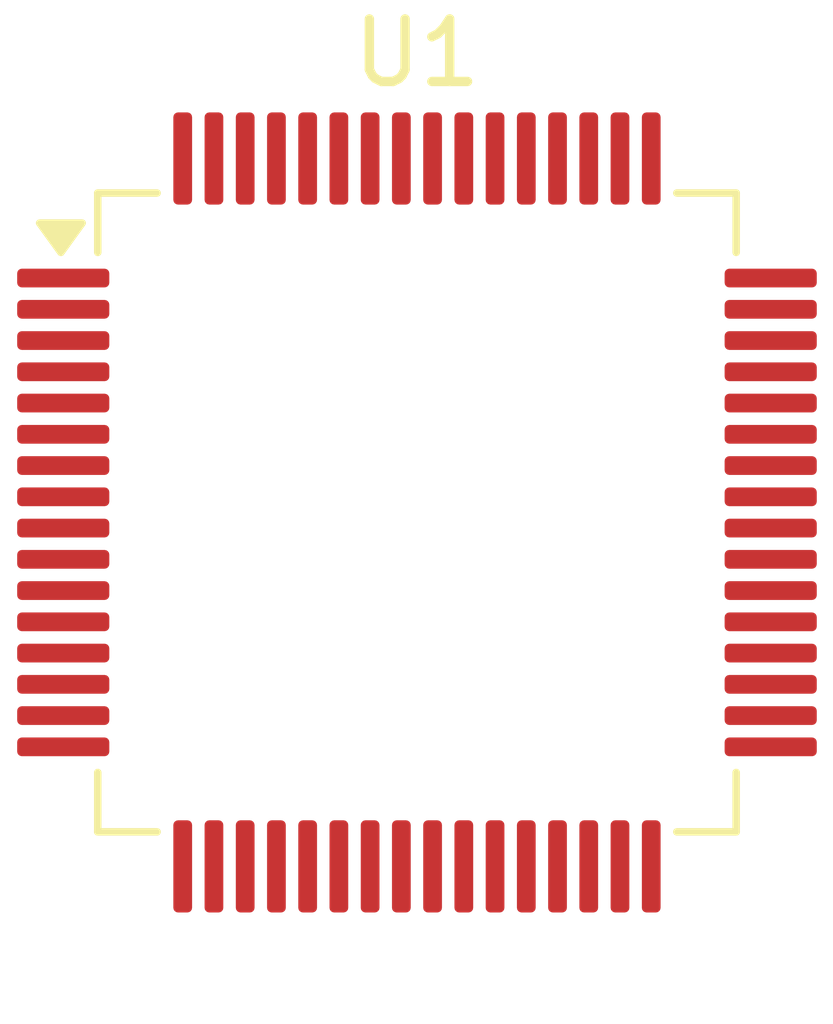
<source format=kicad_pcb>
(kicad_pcb (version 20241229) (generator "pcbnew") (generator_version "9.0")
  (layers (0 "F.Cu" signal) (2 "B.Cu" signal) (13 "F.Paste" user) (15 "B.Paste" user) (5 "F.SilkS" user "F.Silkscreen") (7 "B.SilkS" user "B.Silkscreen") (1 "F.Mask" user) (3 "B.Mask" user) (25 "Edge.Cuts" user))
  (net 0 "")
  (net 1 "Net-(U1-AVDD-Pad19)")
  (net 4 "Net-(U1-AVSS-Pad20)")
  (net 15 "Net-(U1-DVDD-Pad48)")
  (net 22 "Net-(U1-DGND-Pad33)")
  (footprint "Package_QFP:TQFP-64_10x10mm_P0.5mm" (layer "F.Cu") (at 153 100.5)
    (property "Reference" "U1" (at 0 -7.35 0) (layer "F.SilkS"))
    (property "Value" "ADS1298xPAG")
    (fp_line (start -5.11 -5.11) (end -5.11 -4.16) (stroke (width 0.12)) (layer "F.SilkS"))
    (fp_line (start -5.11 5.11) (end -5.11 4.16) (stroke (width 0.12)) (layer "F.SilkS"))
    (fp_line (start -4.16 -5.11) (end -5.11 -5.11) (stroke (width 0.12)) (layer "F.SilkS"))
    (fp_line (start -4.16 5.11) (end -5.11 5.11) (stroke (width 0.12)) (layer "F.SilkS"))
    (fp_line (start 4.16 -5.11) (end 5.11 -5.11) (stroke (width 0.12)) (layer "F.SilkS"))
    (fp_line (start 4.16 5.11) (end 5.11 5.11) (stroke (width 0.12)) (layer "F.SilkS"))
    (fp_line (start 5.11 -5.11) (end 5.11 -4.16) (stroke (width 0.12)) (layer "F.SilkS"))
    (fp_line (start 5.11 5.11) (end 5.11 4.16) (stroke (width 0.12)) (layer "F.SilkS"))
    (fp_poly (pts (xy -5.7 -4.16) (xy -6.04 -4.63) (xy -5.36 -4.63)) (stroke (width 0.12)) (fill yes) (layer "F.SilkS"))
    (pad "1" smd roundrect (at -5.6625 -3.75) (size 1.475 0.3) (layers "F.Cu" "F.Mask" "F.Paste"))
    (pad "2" smd roundrect (at -5.6625 -3.25) (size 1.475 0.3) (layers "F.Cu" "F.Mask" "F.Paste"))
    (pad "3" smd roundrect (at -5.6625 -2.75) (size 1.475 0.3) (layers "F.Cu" "F.Mask" "F.Paste"))
    (pad "4" smd roundrect (at -5.6625 -2.25) (size 1.475 0.3) (layers "F.Cu" "F.Mask" "F.Paste"))
    (pad "5" smd roundrect (at -5.6625 -1.75) (size 1.475 0.3) (layers "F.Cu" "F.Mask" "F.Paste"))
    (pad "6" smd roundrect (at -5.6625 -1.25) (size 1.475 0.3) (layers "F.Cu" "F.Mask" "F.Paste"))
    (pad "7" smd roundrect (at -5.6625 -0.75) (size 1.475 0.3) (layers "F.Cu" "F.Mask" "F.Paste"))
    (pad "8" smd roundrect (at -5.6625 -0.25) (size 1.475 0.3) (layers "F.Cu" "F.Mask" "F.Paste"))
    (pad "9" smd roundrect (at -5.6625 0.25) (size 1.475 0.3) (layers "F.Cu" "F.Mask" "F.Paste"))
    (pad "10" smd roundrect (at -5.6625 0.75) (size 1.475 0.3) (layers "F.Cu" "F.Mask" "F.Paste"))
    (pad "11" smd roundrect (at -5.6625 1.25) (size 1.475 0.3) (layers "F.Cu" "F.Mask" "F.Paste"))
    (pad "12" smd roundrect (at -5.6625 1.75) (size 1.475 0.3) (layers "F.Cu" "F.Mask" "F.Paste"))
    (pad "13" smd roundrect (at -5.6625 2.25) (size 1.475 0.3) (layers "F.Cu" "F.Mask" "F.Paste"))
    (pad "14" smd roundrect (at -5.6625 2.75) (size 1.475 0.3) (layers "F.Cu" "F.Mask" "F.Paste"))
    (pad "15" smd roundrect (at -5.6625 3.25) (size 1.475 0.3) (layers "F.Cu" "F.Mask" "F.Paste"))
    (pad "16" smd roundrect (at -5.6625 3.75) (size 1.475 0.3) (layers "F.Cu" "F.Mask" "F.Paste"))
    (pad "17" smd roundrect (at -3.75 5.6625) (size 0.3 1.475) (layers "F.Cu" "F.Mask" "F.Paste"))
    (pad "18" smd roundrect (at -3.25 5.6625) (size 0.3 1.475) (layers "F.Cu" "F.Mask" "F.Paste"))
    (pad "19" smd roundrect (at -2.75 5.6625) (size 0.3 1.475) (layers "F.Cu" "F.Mask" "F.Paste") (net 1 "Net-(U1-AVDD-Pad19)"))
    (pad "20" smd roundrect (at -2.25 5.6625) (size 0.3 1.475) (layers "F.Cu" "F.Mask" "F.Paste") (net 4 "Net-(U1-AVSS-Pad20)"))
    (pad "21" smd roundrect (at -1.75 5.6625) (size 0.3 1.475) (layers "F.Cu" "F.Mask" "F.Paste") (net 1 "Net-(U1-AVDD-Pad19)"))
    (pad "22" smd roundrect (at -1.25 5.6625) (size 0.3 1.475) (layers "F.Cu" "F.Mask" "F.Paste") (net 1 "Net-(U1-AVDD-Pad19)"))
    (pad "23" smd roundrect (at -0.75 5.6625) (size 0.3 1.475) (layers "F.Cu" "F.Mask" "F.Paste") (net 4 "Net-(U1-AVSS-Pad20)"))
    (pad "24" smd roundrect (at -0.25 5.6625) (size 0.3 1.475) (layers "F.Cu" "F.Mask" "F.Paste"))
    (pad "25" smd roundrect (at 0.25 5.6625) (size 0.3 1.475) (layers "F.Cu" "F.Mask" "F.Paste"))
    (pad "26" smd roundrect (at 0.75 5.6625) (size 0.3 1.475) (layers "F.Cu" "F.Mask" "F.Paste"))
    (pad "27" smd roundrect (at 1.25 5.6625) (size 0.3 1.475) (layers "F.Cu" "F.Mask" "F.Paste"))
    (pad "28" smd roundrect (at 1.75 5.6625) (size 0.3 1.475) (layers "F.Cu" "F.Mask" "F.Paste"))
    (pad "29" smd roundrect (at 2.25 5.6625) (size 0.3 1.475) (layers "F.Cu" "F.Mask" "F.Paste"))
    (pad "30" smd roundrect (at 2.75 5.6625) (size 0.3 1.475) (layers "F.Cu" "F.Mask" "F.Paste"))
    (pad "31" smd roundrect (at 3.25 5.6625) (size 0.3 1.475) (layers "F.Cu" "F.Mask" "F.Paste"))
    (pad "32" smd roundrect (at 3.75 5.6625) (size 0.3 1.475) (layers "F.Cu" "F.Mask" "F.Paste") (net 4 "Net-(U1-AVSS-Pad20)"))
    (pad "33" smd roundrect (at 5.6625 3.75) (size 1.475 0.3) (layers "F.Cu" "F.Mask" "F.Paste") (net 22 "Net-(U1-DGND-Pad33)"))
    (pad "34" smd roundrect (at 5.6625 3.25) (size 1.475 0.3) (layers "F.Cu" "F.Mask" "F.Paste"))
    (pad "35" smd roundrect (at 5.6625 2.75) (size 1.475 0.3) (layers "F.Cu" "F.Mask" "F.Paste"))
    (pad "36" smd roundrect (at 5.6625 2.25) (size 1.475 0.3) (layers "F.Cu" "F.Mask" "F.Paste"))
    (pad "37" smd roundrect (at 5.6625 1.75) (size 1.475 0.3) (layers "F.Cu" "F.Mask" "F.Paste"))
    (pad "38" smd roundrect (at 5.6625 1.25) (size 1.475 0.3) (layers "F.Cu" "F.Mask" "F.Paste"))
    (pad "39" smd roundrect (at 5.6625 0.75) (size 1.475 0.3) (layers "F.Cu" "F.Mask" "F.Paste"))
    (pad "40" smd roundrect (at 5.6625 0.25) (size 1.475 0.3) (layers "F.Cu" "F.Mask" "F.Paste"))
    (pad "41" smd roundrect (at 5.6625 -0.25) (size 1.475 0.3) (layers "F.Cu" "F.Mask" "F.Paste"))
    (pad "42" smd roundrect (at 5.6625 -0.75) (size 1.475 0.3) (layers "F.Cu" "F.Mask" "F.Paste"))
    (pad "43" smd roundrect (at 5.6625 -1.25) (size 1.475 0.3) (layers "F.Cu" "F.Mask" "F.Paste"))
    (pad "44" smd roundrect (at 5.6625 -1.75) (size 1.475 0.3) (layers "F.Cu" "F.Mask" "F.Paste"))
    (pad "45" smd roundrect (at 5.6625 -2.25) (size 1.475 0.3) (layers "F.Cu" "F.Mask" "F.Paste"))
    (pad "46" smd roundrect (at 5.6625 -2.75) (size 1.475 0.3) (layers "F.Cu" "F.Mask" "F.Paste"))
    (pad "47" smd roundrect (at 5.6625 -3.25) (size 1.475 0.3) (layers "F.Cu" "F.Mask" "F.Paste"))
    (pad "48" smd roundrect (at 5.6625 -3.75) (size 1.475 0.3) (layers "F.Cu" "F.Mask" "F.Paste") (net 15 "Net-(U1-DVDD-Pad48)"))
    (pad "49" smd roundrect (at 3.75 -5.6625) (size 0.3 1.475) (layers "F.Cu" "F.Mask" "F.Paste") (net 22 "Net-(U1-DGND-Pad33)"))
    (pad "50" smd roundrect (at 3.25 -5.6625) (size 0.3 1.475) (layers "F.Cu" "F.Mask" "F.Paste") (net 15 "Net-(U1-DVDD-Pad48)"))
    (pad "51" smd roundrect (at 2.75 -5.6625) (size 0.3 1.475) (layers "F.Cu" "F.Mask" "F.Paste") (net 22 "Net-(U1-DGND-Pad33)"))
    (pad "52" smd roundrect (at 2.25 -5.6625) (size 0.3 1.475) (layers "F.Cu" "F.Mask" "F.Paste"))
    (pad "53" smd roundrect (at 1.75 -5.6625) (size 0.3 1.475) (layers "F.Cu" "F.Mask" "F.Paste"))
    (pad "54" smd roundrect (at 1.25 -5.6625) (size 0.3 1.475) (layers "F.Cu" "F.Mask" "F.Paste"))
    (pad "55" smd roundrect (at 0.75 -5.6625) (size 0.3 1.475) (layers "F.Cu" "F.Mask" "F.Paste"))
    (pad "56" smd roundrect (at 0.25 -5.6625) (size 0.3 1.475) (layers "F.Cu" "F.Mask" "F.Paste") (net 1 "Net-(U1-AVDD-Pad19)"))
    (pad "57" smd roundrect (at -0.25 -5.6625) (size 0.3 1.475) (layers "F.Cu" "F.Mask" "F.Paste") (net 4 "Net-(U1-AVSS-Pad20)"))
    (pad "58" smd roundrect (at -0.75 -5.6625) (size 0.3 1.475) (layers "F.Cu" "F.Mask" "F.Paste") (net 4 "Net-(U1-AVSS-Pad20)"))
    (pad "59" smd roundrect (at -1.25 -5.6625) (size 0.3 1.475) (layers "F.Cu" "F.Mask" "F.Paste") (net 1 "Net-(U1-AVDD-Pad19)"))
    (pad "60" smd roundrect (at -1.75 -5.6625) (size 0.3 1.475) (layers "F.Cu" "F.Mask" "F.Paste"))
    (pad "61" smd roundrect (at -2.25 -5.6625) (size 0.3 1.475) (layers "F.Cu" "F.Mask" "F.Paste"))
    (pad "62" smd roundrect (at -2.75 -5.6625) (size 0.3 1.475) (layers "F.Cu" "F.Mask" "F.Paste"))
    (pad "63" smd roundrect (at -3.25 -5.6625) (size 0.3 1.475) (layers "F.Cu" "F.Mask" "F.Paste"))
    (pad "64" smd roundrect (at -3.75 -5.6625) (size 0.3 1.475) (layers "F.Cu" "F.Mask" "F.Paste"))
  )
)
</source>
